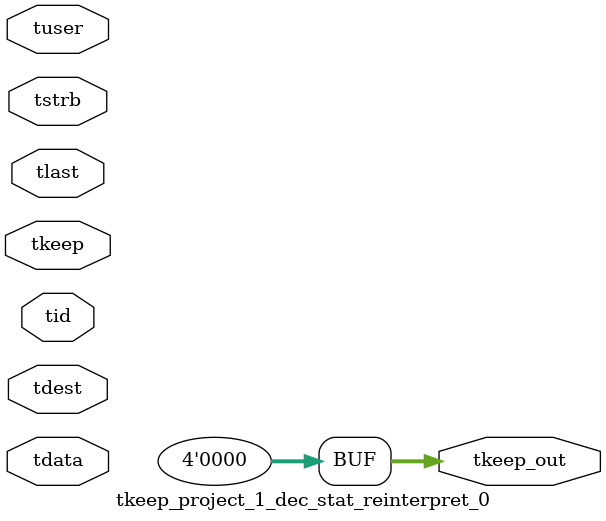
<source format=v>


`timescale 1ps/1ps

module tkeep_project_1_dec_stat_reinterpret_0 #
(
parameter C_S_AXIS_TDATA_WIDTH = 32,
parameter C_S_AXIS_TUSER_WIDTH = 0,
parameter C_S_AXIS_TID_WIDTH   = 0,
parameter C_S_AXIS_TDEST_WIDTH = 0,
parameter C_M_AXIS_TDATA_WIDTH = 32
)
(
input  [(C_S_AXIS_TDATA_WIDTH == 0 ? 1 : C_S_AXIS_TDATA_WIDTH)-1:0     ] tdata,
input  [(C_S_AXIS_TUSER_WIDTH == 0 ? 1 : C_S_AXIS_TUSER_WIDTH)-1:0     ] tuser,
input  [(C_S_AXIS_TID_WIDTH   == 0 ? 1 : C_S_AXIS_TID_WIDTH)-1:0       ] tid,
input  [(C_S_AXIS_TDEST_WIDTH == 0 ? 1 : C_S_AXIS_TDEST_WIDTH)-1:0     ] tdest,
input  [(C_S_AXIS_TDATA_WIDTH/8)-1:0 ] tkeep,
input  [(C_S_AXIS_TDATA_WIDTH/8)-1:0 ] tstrb,
input                                                                    tlast,
output [(C_M_AXIS_TDATA_WIDTH/8)-1:0 ] tkeep_out
);

assign tkeep_out = {1'b0};

endmodule


</source>
